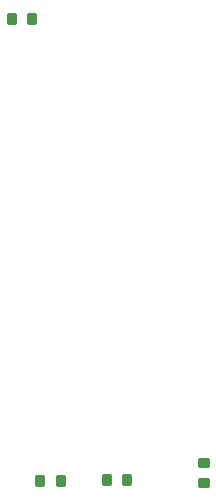
<source format=gbp>
G04 Layer_Color=128*
%FSLAX25Y25*%
%MOIN*%
G70*
G01*
G75*
G04:AMPARAMS|DCode=15|XSize=39.37mil|YSize=35.43mil|CornerRadius=4.43mil|HoleSize=0mil|Usage=FLASHONLY|Rotation=180.000|XOffset=0mil|YOffset=0mil|HoleType=Round|Shape=RoundedRectangle|*
%AMROUNDEDRECTD15*
21,1,0.03937,0.02658,0,0,180.0*
21,1,0.03051,0.03543,0,0,180.0*
1,1,0.00886,-0.01526,0.01329*
1,1,0.00886,0.01526,0.01329*
1,1,0.00886,0.01526,-0.01329*
1,1,0.00886,-0.01526,-0.01329*
%
%ADD15ROUNDEDRECTD15*%
G04:AMPARAMS|DCode=16|XSize=39.37mil|YSize=35.43mil|CornerRadius=4.43mil|HoleSize=0mil|Usage=FLASHONLY|Rotation=270.000|XOffset=0mil|YOffset=0mil|HoleType=Round|Shape=RoundedRectangle|*
%AMROUNDEDRECTD16*
21,1,0.03937,0.02658,0,0,270.0*
21,1,0.03051,0.03543,0,0,270.0*
1,1,0.00886,-0.01329,-0.01526*
1,1,0.00886,-0.01329,0.01526*
1,1,0.00886,0.01329,0.01526*
1,1,0.00886,0.01329,-0.01526*
%
%ADD16ROUNDEDRECTD16*%
D15*
X196700Y36779D02*
D03*
Y43472D02*
D03*
D16*
X171100Y37700D02*
D03*
X164407D02*
D03*
X142154Y37400D02*
D03*
X148846D02*
D03*
X132754Y191500D02*
D03*
X139446D02*
D03*
M02*

</source>
